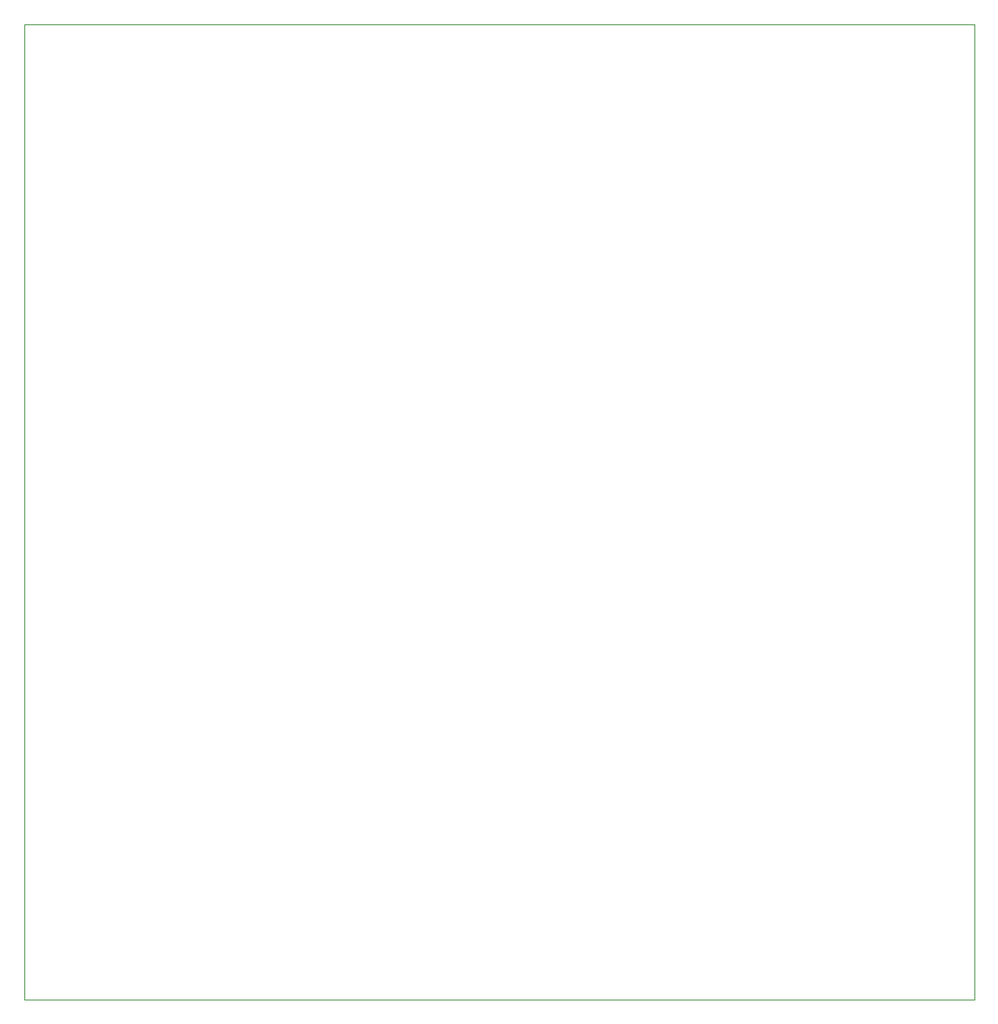
<source format=gbr>
%TF.GenerationSoftware,KiCad,Pcbnew,(5.1.10-1-10_14)*%
%TF.CreationDate,2021-07-31T09:22:51-04:00*%
%TF.ProjectId,register-smd,72656769-7374-4657-922d-736d642e6b69,rev?*%
%TF.SameCoordinates,Original*%
%TF.FileFunction,Profile,NP*%
%FSLAX46Y46*%
G04 Gerber Fmt 4.6, Leading zero omitted, Abs format (unit mm)*
G04 Created by KiCad (PCBNEW (5.1.10-1-10_14)) date 2021-07-31 09:22:51*
%MOMM*%
%LPD*%
G01*
G04 APERTURE LIST*
%TA.AperFunction,Profile*%
%ADD10C,0.050000*%
%TD*%
G04 APERTURE END LIST*
D10*
X75438000Y-81534000D02*
X174498000Y-81534000D01*
X75438000Y-183134000D02*
X174498000Y-183134000D01*
X75438000Y-94742000D02*
X75438000Y-183134000D01*
X75438000Y-94742000D02*
X75438000Y-81534000D01*
X174498000Y-81534000D02*
X174498000Y-96520000D01*
X174498000Y-96774000D02*
X174498000Y-96520000D01*
X174498000Y-183134000D02*
X174498000Y-96774000D01*
M02*

</source>
